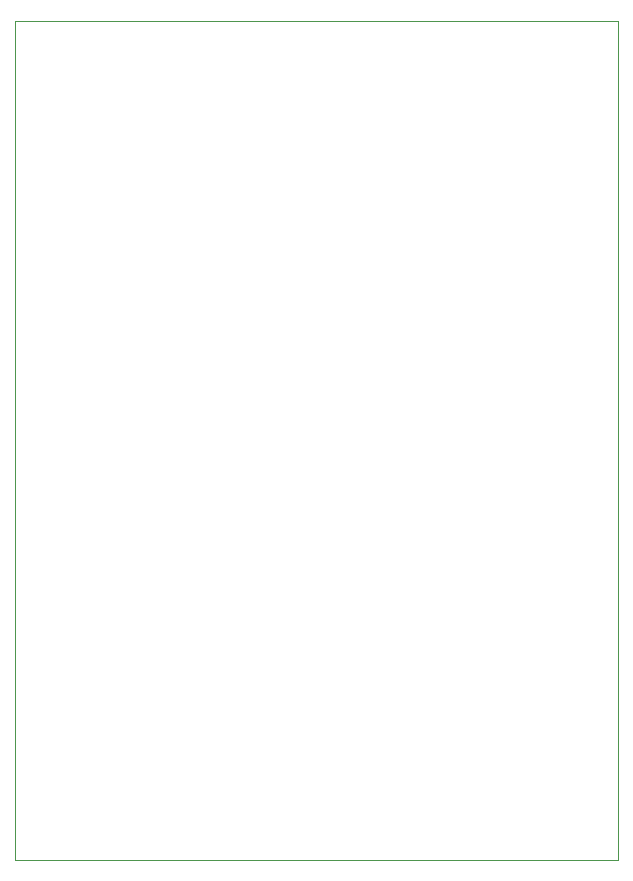
<source format=gm1>
%TF.GenerationSoftware,KiCad,Pcbnew,9.0.0*%
%TF.CreationDate,2025-04-01T16:17:38+02:00*%
%TF.ProjectId,three_camera_trigger_arduino,74687265-655f-4636-916d-6572615f7472,rev?*%
%TF.SameCoordinates,Original*%
%TF.FileFunction,Profile,NP*%
%FSLAX46Y46*%
G04 Gerber Fmt 4.6, Leading zero omitted, Abs format (unit mm)*
G04 Created by KiCad (PCBNEW 9.0.0) date 2025-04-01 16:17:38*
%MOMM*%
%LPD*%
G01*
G04 APERTURE LIST*
%TA.AperFunction,Profile*%
%ADD10C,0.050000*%
%TD*%
G04 APERTURE END LIST*
D10*
X79000000Y-72000000D02*
X130000000Y-72000000D01*
X130000000Y-143000000D01*
X79000000Y-143000000D01*
X79000000Y-72000000D01*
M02*

</source>
